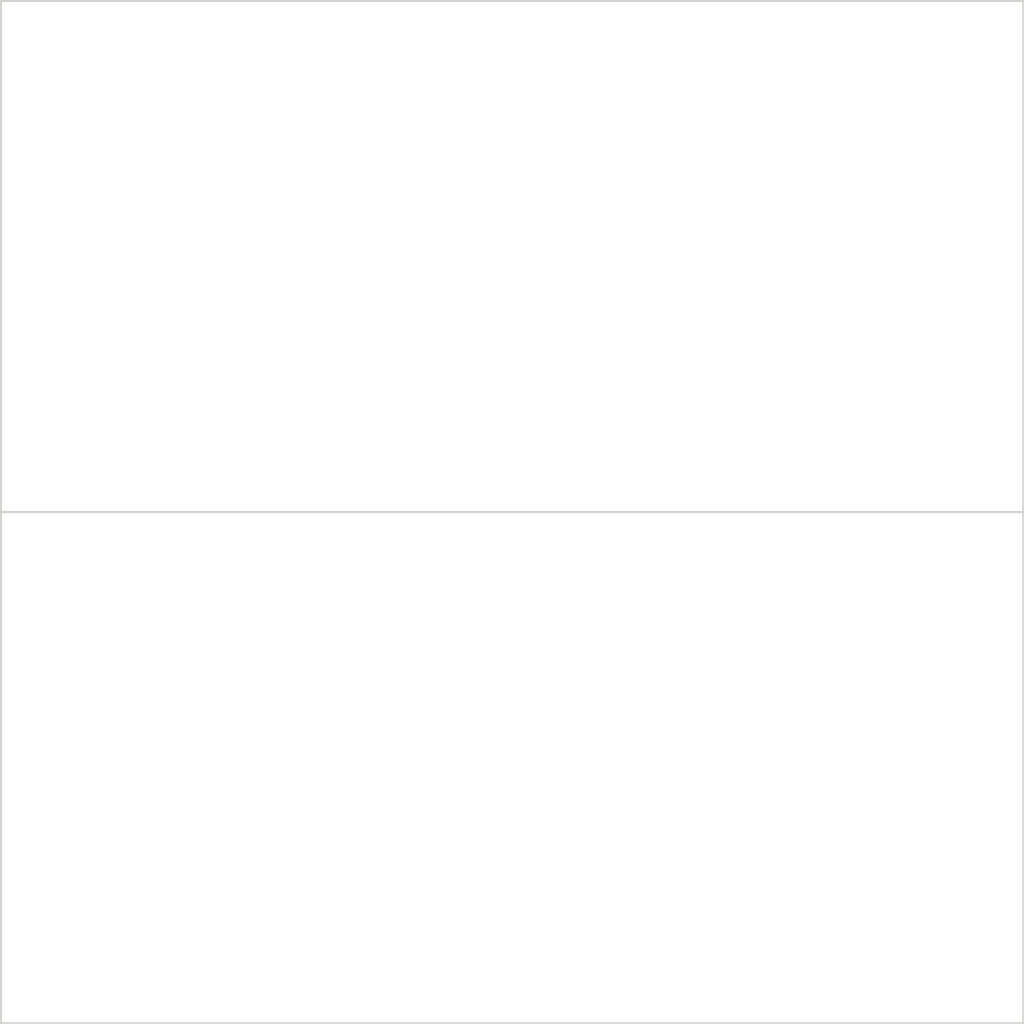
<source format=kicad_pcb>
(kicad_pcb (version 20171130) (host pcbnew "(5.1.10)-1")

  (general
    (thickness 1.6)
    (drawings 8)
    (tracks 119)
    (zones 0)
    (modules 0)
    (nets 14)
  )

  (page A4)
  (layers
    (0 F.Cu signal)
    (1 In1.Cu signal)
    (2 In2.Cu signal)
    (31 B.Cu signal)
    (32 B.Adhes user)
    (33 F.Adhes user)
    (34 B.Paste user)
    (35 F.Paste user)
    (36 B.SilkS user)
    (37 F.SilkS user)
    (38 B.Mask user)
    (39 F.Mask user)
    (40 Dwgs.User user)
    (41 Cmts.User user)
    (42 Eco1.User user)
    (43 Eco2.User user)
    (44 Edge.Cuts user)
    (45 Margin user)
    (46 B.CrtYd user)
    (47 F.CrtYd user)
    (48 B.Fab user)
    (49 F.Fab user)
  )

  (setup
    (last_trace_width 0.25)
    (user_trace_width 0.25)
    (user_trace_width 0.3)
    (user_trace_width 0.4)
    (user_trace_width 0.5)
    (user_trace_width 0.6)
    (user_trace_width 0.7)
    (user_trace_width 0.8)
    (user_trace_width 1)
    (user_trace_width 1.2)
    (user_trace_width 1.4)
    (user_trace_width 2)
    (trace_clearance 0.2)
    (zone_clearance 0.254)
    (zone_45_only yes)
    (trace_min 0.2)
    (via_size 0.8)
    (via_drill 0.4)
    (via_min_size 0.4)
    (via_min_drill 0.3)
    (user_via 1 0.5)
    (user_via 1.1 0.6)
    (user_via 1.2 0.7)
    (user_via 1.6 1)
    (user_via 1.8 1.2)
    (user_via 2 1.4)
    (user_via 2.4 1.8)
    (uvia_size 0.3)
    (uvia_drill 0.1)
    (uvias_allowed no)
    (uvia_min_size 0.2)
    (uvia_min_drill 0.1)
    (edge_width 0.1)
    (segment_width 0.2)
    (pcb_text_width 0.3)
    (pcb_text_size 1.5 1.5)
    (mod_edge_width 0.15)
    (mod_text_size 1 1)
    (mod_text_width 0.15)
    (pad_size 1.7 1.7)
    (pad_drill 1)
    (pad_to_mask_clearance 0)
    (aux_axis_origin 87 67)
    (grid_origin 87 67)
    (visible_elements 7FFFFFFF)
    (pcbplotparams
      (layerselection 0x010fc_ffffffff)
      (usegerberextensions false)
      (usegerberattributes true)
      (usegerberadvancedattributes true)
      (creategerberjobfile true)
      (excludeedgelayer true)
      (linewidth 0.020000)
      (plotframeref false)
      (viasonmask false)
      (mode 1)
      (useauxorigin false)
      (hpglpennumber 1)
      (hpglpenspeed 20)
      (hpglpendiameter 15.000000)
      (psnegative false)
      (psa4output false)
      (plotreference true)
      (plotvalue true)
      (plotinvisibletext false)
      (padsonsilk false)
      (subtractmaskfromsilk true)
      (outputformat 1)
      (mirror false)
      (drillshape 0)
      (scaleselection 1)
      (outputdirectory "Gerbers/"))
  )

  (net 0 "")
  (net 1 GND1)
  (net 2 GNDPWR)
  (net 3 +5VP)
  (net 4 "Net-(F1-Pad2)")
  (net 5 AC)
  (net 6 "Net-(F2-Pad2)")
  (net 7 +3.3VP)
  (net 8 /L1_o1_nEn)
  (net 9 /L1_o2_nEn)
  (net 10 /Int)
  (net 11 "Net-(C17-Pad2)")
  (net 12 /I2C_SCL)
  (net 13 /+5V_valid)

  (net_class Default "Это класс цепей по умолчанию."
    (clearance 0.2)
    (trace_width 0.25)
    (via_dia 0.8)
    (via_drill 0.4)
    (uvia_dia 0.3)
    (uvia_drill 0.1)
    (add_net +3.3VP)
    (add_net +5VP)
    (add_net /+5V_valid)
    (add_net /I2C_SCL)
    (add_net AC)
    (add_net GND1)
    (add_net GNDPWR)
    (add_net "Net-(C17-Pad2)")
    (add_net "Net-(F1-Pad2)")
    (add_net "Net-(F2-Pad2)")
  )

  (net_class Digital ""
    (clearance 0.2)
    (trace_width 0.3)
    (via_dia 0.8)
    (via_drill 0.4)
    (uvia_dia 0.3)
    (uvia_drill 0.1)
    (diff_pair_width 0.2)
    (diff_pair_gap 0.3)
    (add_net /Int)
    (add_net /L1_o1_nEn)
    (add_net /L1_o2_nEn)
  )

  (gr_line (start 87 92) (end 87 117) (layer Edge.Cuts) (width 0.1) (tstamp 61E5F97D))
  (gr_line (start 137 92) (end 87 92) (layer Edge.Cuts) (width 0.1) (tstamp 61E5F97A))
  (gr_line (start 137 92) (end 137 117) (layer Edge.Cuts) (width 0.1) (tstamp 61E5F977))
  (gr_line (start 87 117) (end 137 117) (layer Edge.Cuts) (width 0.1) (tstamp 61E5F974))
  (gr_line (start 87 67) (end 87 92) (layer Edge.Cuts) (width 0.1) (tstamp 5FD30EB7))
  (gr_line (start 137 67) (end 87 67) (layer Edge.Cuts) (width 0.1))
  (gr_line (start 137 67) (end 137 92) (layer Edge.Cuts) (width 0.1))
  (gr_line (start 87 92) (end 137 92) (layer Edge.Cuts) (width 0.1))

  (segment (start 97.926999 72.418001) (end 99.427 70.918) (width 1) (layer In2.Cu) (net 1))
  (segment (start 97.926999 76.046107) (end 97.926999 72.418001) (width 1) (layer In2.Cu) (net 1))
  (segment (start 97.086106 76.887) (end 97.926999 76.046107) (width 1) (layer In2.Cu) (net 1))
  (segment (start 96.379 76.887) (end 97.086106 76.887) (width 1) (layer In2.Cu) (net 1))
  (segment (start 89.521 77.649) (end 90.537 78.665) (width 1) (layer In2.Cu) (net 1))
  (segment (start 89.521 72.95) (end 89.521 77.649) (width 1) (layer In2.Cu) (net 1))
  (segment (start 114.54 68.632) (end 115.81 68.632) (width 0.6) (layer In2.Cu) (net 2) (status 30))
  (segment (start 107.174 68.505) (end 110.73 68.505) (width 0.6) (layer In2.Cu) (net 2))
  (segment (start 114.413 68.505) (end 114.54 68.632) (width 0.6) (layer In2.Cu) (net 2) (status 30))
  (segment (start 110.73 68.505) (end 114.413 68.505) (width 0.6) (layer In2.Cu) (net 2) (status 20))
  (segment (start 116.517106 68.632) (end 115.81 68.632) (width 1) (layer In2.Cu) (net 2) (status 20))
  (segment (start 119.112 71.226894) (end 116.517106 68.632) (width 1) (layer In2.Cu) (net 2))
  (segment (start 119.112 73.077) (end 119.112 71.226894) (width 1) (layer In2.Cu) (net 2))
  (segment (start 130.589 83.03) (end 130.669 83.11) (width 1.4) (layer In2.Cu) (net 2))
  (segment (start 130.589 79.681) (end 130.589 83.03) (width 1.4) (layer In2.Cu) (net 2))
  (segment (start 120.683 83.03) (end 120.763 83.11) (width 1.4) (layer In2.Cu) (net 2))
  (segment (start 120.683 79.681) (end 120.683 83.03) (width 1.4) (layer In2.Cu) (net 2))
  (segment (start 102.633677 87.560869) (end 101.586 86.513192) (width 1) (layer In2.Cu) (net 2))
  (segment (start 101.586 85.777) (end 99.427 83.618) (width 1) (layer In2.Cu) (net 2))
  (segment (start 101.586 86.513192) (end 101.586 85.777) (width 1) (layer In2.Cu) (net 2))
  (segment (start 112.463141 87.560869) (end 112.960945 87.063065) (width 1) (layer In2.Cu) (net 2))
  (segment (start 109.073131 87.560869) (end 112.463141 87.560869) (width 1) (layer In2.Cu) (net 2))
  (segment (start 109.073131 87.560869) (end 109.073131 85.771131) (width 1) (layer In2.Cu) (net 2))
  (segment (start 109.073131 85.771131) (end 109.057425 85.755425) (width 1) (layer In2.Cu) (net 2))
  (segment (start 115.83007 79.681) (end 120.683 79.681) (width 1) (layer In2.Cu) (net 2))
  (segment (start 113.651 77.50193) (end 115.83007 79.681) (width 1) (layer In2.Cu) (net 2))
  (segment (start 113.651 76.887) (end 113.651 77.50193) (width 1) (layer In2.Cu) (net 2))
  (segment (start 88.124 81.332) (end 88.124 80.697) (width 0.6) (layer In2.Cu) (net 2))
  (segment (start 98.03 82.221) (end 89.013 82.221) (width 0.6) (layer In2.Cu) (net 2))
  (segment (start 89.013 82.221) (end 88.124 81.332) (width 0.6) (layer In2.Cu) (net 2))
  (segment (start 99.427 83.618) (end 98.03 82.221) (width 0.6) (layer In2.Cu) (net 2))
  (segment (start 119.874 73.077) (end 119.112 73.077) (width 1.4) (layer In2.Cu) (net 2))
  (segment (start 120.683 73.886) (end 119.874 73.077) (width 1.4) (layer In2.Cu) (net 2))
  (segment (start 120.683 79.681) (end 120.683 73.886) (width 1.4) (layer In2.Cu) (net 2))
  (segment (start 129.526 73.077) (end 129.018 73.077) (width 1.4) (layer In2.Cu) (net 2))
  (segment (start 130.589 74.14) (end 129.526 73.077) (width 1.4) (layer In2.Cu) (net 2))
  (segment (start 130.589 79.681) (end 130.589 74.14) (width 1.4) (layer In2.Cu) (net 2))
  (segment (start 107.312001 85.852999) (end 107.312001 87.289999) (width 0.6) (layer In2.Cu) (net 2))
  (segment (start 106.733065 85.274063) (end 107.312001 85.852999) (width 0.6) (layer In2.Cu) (net 2))
  (segment (start 105.978402 85.274063) (end 106.733065 85.274063) (width 0.6) (layer In2.Cu) (net 2))
  (segment (start 107.312001 87.289999) (end 107.041131 87.560869) (width 0.6) (layer In2.Cu) (net 2))
  (segment (start 107.041131 87.560869) (end 102.633677 87.560869) (width 1) (layer In2.Cu) (net 2))
  (segment (start 109.073131 87.560869) (end 107.041131 87.560869) (width 1) (layer In2.Cu) (net 2))
  (segment (start 99.427 83.618) (end 99.427 83.011502) (width 0.6) (layer In2.Cu) (net 2))
  (segment (start 102.729 79.709502) (end 102.729 76.125022) (width 0.6) (layer In2.Cu) (net 2))
  (segment (start 99.427 83.011502) (end 102.729 79.709502) (width 0.6) (layer In2.Cu) (net 2))
  (segment (start 119.112 73.077) (end 119.142001 73.046999) (width 1.4) (layer In2.Cu) (net 2))
  (segment (start 128.002 74.093) (end 129.018 73.077) (width 1.4) (layer In2.Cu) (net 2))
  (segment (start 119.142001 73.046999) (end 122.891999 73.046999) (width 1.4) (layer In2.Cu) (net 2))
  (segment (start 123.938 74.093) (end 128.002 74.093) (width 1.4) (layer In2.Cu) (net 2))
  (segment (start 122.891999 73.046999) (end 123.938 74.093) (width 1.4) (layer In2.Cu) (net 2))
  (segment (start 114.587435 87.063065) (end 112.960945 87.063065) (width 1.4) (layer In2.Cu) (net 2))
  (segment (start 118.5405 83.11) (end 114.587435 87.063065) (width 1.4) (layer In2.Cu) (net 2))
  (segment (start 120.763 83.11) (end 118.5405 83.11) (width 1.4) (layer In2.Cu) (net 2))
  (segment (start 134.86 70.918) (end 135.622 71.68) (width 1) (layer In1.Cu) (net 3) (status 20))
  (segment (start 126.478 70.918) (end 134.86 70.918) (width 1) (layer In1.Cu) (net 3))
  (segment (start 125.716 71.68) (end 126.478 70.918) (width 1) (layer In1.Cu) (net 3) (status 10))
  (segment (start 125.716 72.952792) (end 125.716 71.68) (width 1) (layer In1.Cu) (net 3))
  (segment (start 119.876792 78.792) (end 125.716 72.952792) (width 1) (layer In1.Cu) (net 3))
  (segment (start 119.366 78.792) (end 119.876792 78.792) (width 1) (layer In1.Cu) (net 3))
  (segment (start 114.291991 83.866009) (end 119.366 78.792) (width 1) (layer In1.Cu) (net 3))
  (segment (start 102.469009 83.866009) (end 114.291991 83.866009) (width 1) (layer In1.Cu) (net 3))
  (segment (start 101.332 82.729) (end 102.469009 83.866009) (width 1) (layer In1.Cu) (net 3))
  (segment (start 124.7 80.824) (end 125.716 81.84) (width 2) (layer In1.Cu) (net 4) (status 20))
  (segment (start 124.7 77.522) (end 124.7 80.824) (width 2) (layer In1.Cu) (net 4) (status 10))
  (segment (start 134.225 85.65) (end 134.733 85.142) (width 2) (layer In1.Cu) (net 5) (status 30))
  (segment (start 125.208 85.65) (end 134.225 85.65) (width 2) (layer In1.Cu) (net 5) (status 30))
  (segment (start 124.7 85.142) (end 125.208 85.65) (width 2) (layer In1.Cu) (net 5) (status 30))
  (segment (start 124.192 85.65) (end 124.7 85.142) (width 2) (layer In1.Cu) (net 5))
  (segment (start 119.747 85.65) (end 124.192 85.65) (width 2) (layer In1.Cu) (net 5))
  (segment (start 114.667 90.73) (end 119.747 85.65) (width 2) (layer In1.Cu) (net 5))
  (segment (start 98.919 90.73) (end 114.667 90.73) (width 2) (layer In1.Cu) (net 5))
  (segment (start 134.733 80.951) (end 135.622 81.84) (width 2) (layer In1.Cu) (net 6) (status 20))
  (segment (start 134.733 77.522) (end 134.733 80.951) (width 2) (layer In1.Cu) (net 6) (status 10))
  (segment (start 103.257678 86.260868) (end 104.55181 87.555) (width 1) (layer In1.Cu) (net 7))
  (segment (start 106.412 87.428) (end 106.539 87.555) (width 1) (layer In1.Cu) (net 7))
  (segment (start 106.412 86.285) (end 106.412 87.428) (width 1) (layer In1.Cu) (net 7))
  (segment (start 104.55181 87.555) (end 106.539 87.555) (width 1) (layer In1.Cu) (net 7))
  (segment (start 111.287627 85.080874) (end 111.287627 85.071744) (width 1) (layer In1.Cu) (net 7))
  (segment (start 106.539 87.555) (end 108.813501 87.555) (width 1) (layer In1.Cu) (net 7))
  (segment (start 108.813501 87.555) (end 111.287627 85.080874) (width 1) (layer In1.Cu) (net 7))
  (segment (start 114.286 79.834) (end 114.286 82.094) (width 1) (layer In2.Cu) (net 7))
  (segment (start 111.308256 85.071744) (end 111.287627 85.071744) (width 1) (layer In2.Cu) (net 7))
  (segment (start 114.286 82.094) (end 111.308256 85.071744) (width 1) (layer In2.Cu) (net 7))
  (segment (start 113.651 75.617) (end 113.292998 75.617) (width 0.8) (layer In1.Cu) (net 7))
  (segment (start 112.550999 77.580388) (end 114.286 79.315389) (width 0.8) (layer In1.Cu) (net 7))
  (segment (start 112.550999 76.358999) (end 112.550999 77.580388) (width 0.8) (layer In1.Cu) (net 7))
  (segment (start 114.286 79.315389) (end 114.286 79.834) (width 0.8) (layer In1.Cu) (net 7))
  (segment (start 113.292998 75.617) (end 112.550999 76.358999) (width 0.8) (layer In1.Cu) (net 7))
  (segment (start 104.888 79.427) (end 104.888 79.500679) (width 0.3) (layer In2.Cu) (net 8))
  (segment (start 119.112 74.601) (end 118.985 74.728) (width 0.3) (layer In2.Cu) (net 8))
  (segment (start 110.984 76.76) (end 113.016 74.728) (width 0.3) (layer In2.Cu) (net 8))
  (segment (start 107.555 76.76) (end 110.984 76.76) (width 0.3) (layer In2.Cu) (net 8))
  (segment (start 118.985 74.728) (end 113.016 74.728) (width 0.3) (layer In2.Cu) (net 8))
  (segment (start 107.555 76.76) (end 104.888 79.427) (width 0.3) (layer In2.Cu) (net 8))
  (segment (start 121.282997 75.351001) (end 122.16 74.473998) (width 0.3) (layer In1.Cu) (net 9))
  (segment (start 117.275 75.351001) (end 121.282997 75.351001) (width 0.3) (layer In1.Cu) (net 9))
  (segment (start 116.651999 74.728) (end 117.275 75.351001) (width 0.3) (layer In1.Cu) (net 9))
  (segment (start 112.9525 74.728) (end 116.651999 74.728) (width 0.3) (layer In1.Cu) (net 9))
  (segment (start 110.9205 76.76) (end 112.9525 74.728) (width 0.3) (layer In1.Cu) (net 9))
  (segment (start 105.777 76.76) (end 110.9205 76.76) (width 0.3) (layer In1.Cu) (net 9))
  (segment (start 112.052598 78.561989) (end 106.827259 78.561989) (width 0.3) (layer In2.Cu) (net 10))
  (segment (start 106.827259 78.561989) (end 105.899241 79.490007) (width 0.3) (layer In2.Cu) (net 10))
  (segment (start 112.662621 79.172012) (end 112.052598 78.561989) (width 0.3) (layer In2.Cu) (net 10))
  (segment (start 103.724868 76.679152) (end 104.279 76.12502) (width 0.6) (layer In2.Cu) (net 11))
  (segment (start 104.705125 85.928125) (end 104.705125 80.907492) (width 0.6) (layer In2.Cu) (net 11))
  (segment (start 103.724868 79.927235) (end 103.724868 76.679152) (width 0.6) (layer In2.Cu) (net 11))
  (segment (start 105.062 86.285) (end 104.705125 85.928125) (width 0.6) (layer In2.Cu) (net 11))
  (segment (start 104.705125 80.907492) (end 103.724868 79.927235) (width 0.6) (layer In2.Cu) (net 11))
  (segment (start 107.030639 82.364361) (end 107.030639 82.502033) (width 0.25) (layer In2.Cu) (net 12))
  (segment (start 110.08301 79.31199) (end 107.030639 82.364361) (width 0.25) (layer In2.Cu) (net 12))
  (segment (start 111.024357 79.31199) (end 110.08301 79.31199) (width 0.25) (layer In2.Cu) (net 12))
  (segment (start 106.553199 81.698805) (end 105.777002 82.475002) (width 0.25) (layer In1.Cu) (net 13))
  (segment (start 107.696195 81.698805) (end 106.553199 81.698805) (width 0.25) (layer In1.Cu) (net 13))
  (segment (start 108.746989 80.648011) (end 107.696195 81.698805) (width 0.25) (layer In1.Cu) (net 13))
  (segment (start 117.016001 78.347999) (end 114.715989 80.648011) (width 0.25) (layer In1.Cu) (net 13))
  (segment (start 114.715989 80.648011) (end 108.746989 80.648011) (width 0.25) (layer In1.Cu) (net 13))
  (segment (start 117.016001 76.442001) (end 117.016001 78.347999) (width 0.25) (layer In1.Cu) (net 13))
  (segment (start 116.191 75.617) (end 117.016001 76.442001) (width 0.25) (layer In1.Cu) (net 13))

)

</source>
